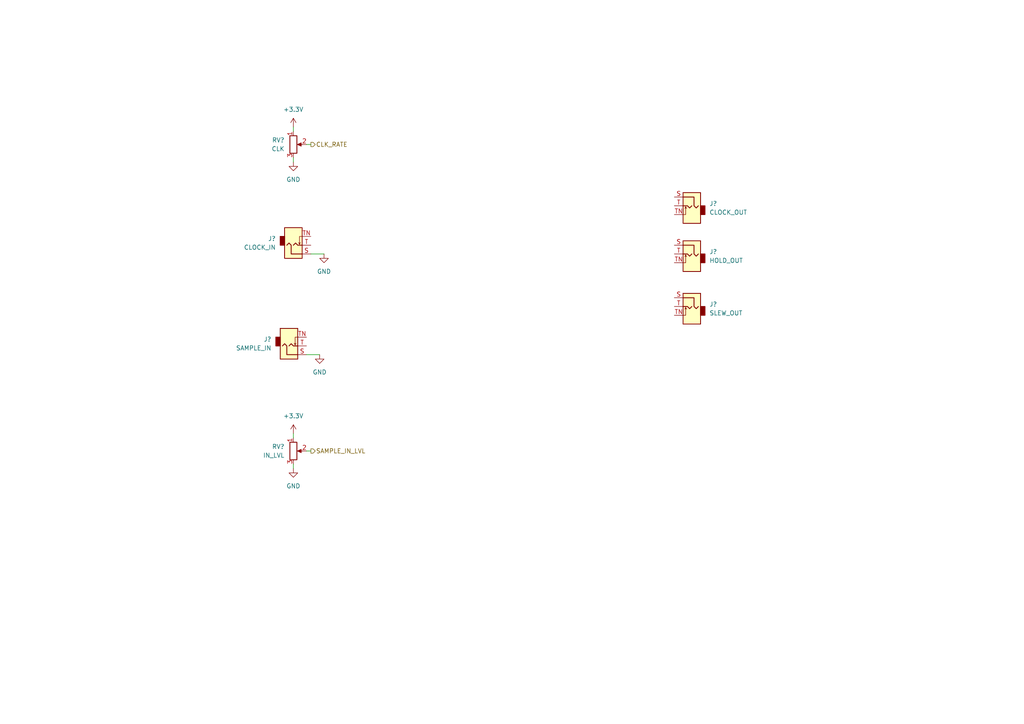
<source format=kicad_sch>
(kicad_sch (version 20211123) (generator eeschema)
  (paper "A4")
  (lib_symbols
    (symbol "Connector:AudioJack2_SwitchT"
      (property "Reference" "J" (at 0 8.89 0))
      (property "Value" "AudioJack2_SwitchT" (at 0 6.35 0))
      (symbol "AudioJack2_SwitchT_0_1"
        (rectangle (start -2.54 0) (end -3.81 -2.54) (stroke (width 0.254)) (fill (type outline)))
        (polyline (pts (xy 1.778 -0.254) (xy 2.032 -0.762)))
        (polyline (pts (xy 0 0) (xy 0.635 -0.635) (xy 1.27 0) (xy 2.54 0)) (stroke (width 0.254)))
        (polyline (pts (xy 2.54 -2.54) (xy 1.778 -2.54) (xy 1.778 -0.254) (xy 1.524 -0.762)))
        (polyline (pts (xy 2.54 2.54) (xy -0.635 2.54) (xy -0.635 0) (xy -1.27 -0.635) (xy -1.905 0)) (stroke (width 0.254)))
        (rectangle (start 2.54 3.81) (end -2.54 -5.08) (stroke (width 0.254)) (fill (type background)))
      )
      (symbol "AudioJack2_SwitchT_1_1"
        (pin passive line (at 5.08 2.54 180) (length 2.54) (name "~") (number "S"))
        (pin passive line (at 5.08 0 180) (length 2.54) (name "~") (number "T"))
        (pin passive line (at 5.08 -2.54 180) (length 2.54) (name "~") (number "TN"))
      )
    )
    (symbol "Device:R_Potentiometer" (pin_names (offset 1.016) hide)
      (property "Reference" "RV" (at -4.445 0 90))
      (property "Value" "R_Potentiometer" (at -2.54 0 90))
      (symbol "R_Potentiometer_0_1"
        (polyline (pts (xy 2.54 0) (xy 1.524 0)))
        (polyline (pts (xy 1.143 0) (xy 2.286 0.508) (xy 2.286 -0.508) (xy 1.143 0)) (fill (type outline)))
        (rectangle (start 1.016 2.54) (end -1.016 -2.54) (stroke (width 0.254)))
      )
      (symbol "R_Potentiometer_1_1"
        (pin passive line (at 0 3.81 270) (length 1.27) (name "1") (number "1"))
        (pin passive line (at 3.81 0 180) (length 1.27) (name "2") (number "2"))
        (pin passive line (at 0 -3.81 90) (length 1.27) (name "3") (number "3"))
      )
    )
    (symbol "power:+3.3V" (power) (pin_names (offset 0))
      (property "Value" "+3.3V" (at 0 3.556 0))
      (symbol "+3.3V_0_1"
        (polyline (pts (xy -0.762 1.27) (xy 0 2.54)))
        (polyline (pts (xy 0 0) (xy 0 2.54)))
        (polyline (pts (xy 0 2.54) (xy 0.762 1.27)))
      )
      (symbol "+3.3V_1_1"
        (pin power_in line (at 0 0 90) (length 0) hide (name "+3.3V") (number "1"))
      )
    )
    (symbol "power:GND" (power) (pin_names (offset 0))
      (property "Value" "GND" (at 0 -3.81 0))
      (symbol "GND_0_1"
        (polyline (pts (xy 0 0) (xy 0 -1.27) (xy 1.27 -1.27) (xy 0 -2.54) (xy -1.27 -1.27) (xy 0 -1.27)))
      )
      (symbol "GND_1_1"
        (pin power_in line (at 0 0 270) (length 0) hide (name "GND") (number "1"))
      )
    )
  )
  (wire (pts (xy 88.9 41.91) (xy 90.17 41.91)))
  (wire (pts (xy 85.09 45.72) (xy 85.09 46.99)))
  (wire (pts (xy 88.9 102.87) (xy 92.71 102.87)))
  (wire (pts (xy 85.09 125.73) (xy 85.09 127)))
  (wire (pts (xy 85.09 36.83) (xy 85.09 38.1)))
  (wire (pts (xy 88.9 130.81) (xy 90.17 130.81)))
  (wire (pts (xy 90.17 73.66) (xy 93.98 73.66)))
  (wire (pts (xy 85.09 134.62) (xy 85.09 135.89)))
  (hierarchical_label "CLK_RATE" (shape output) (at 90.17 41.91 0))
  (hierarchical_label "SAMPLE_IN_LVL" (shape output) (at 90.17 130.81 0))
  (symbol (lib_id "Connector:AudioJack2_SwitchT") (at 200.66 59.69 0) (mirror y) (unit 1)
    (property "Reference" "J?" (at 205.74 59.0549 0) (effects (justify right)))
    (property "Value" "CLOCK_OUT" (at 205.74 61.5949 0) (effects (justify right)))
  )
  (symbol (lib_id "power:GND") (at 93.98 73.66 0) (unit 1)
    (property "Reference" "#PWR?" (effects hide))
    (property "Value" "GND" (at 93.98 78.74 0))
  )
  (symbol (lib_id "Device:R_Potentiometer") (at 85.09 130.81 0) (unit 1)
    (property "Reference" "RV?" (at 82.55 129.5399 0) (effects (justify right)))
    (property "Value" "IN_LVL" (at 82.55 132.0799 0) (effects (justify right)))
  )
  (symbol (lib_id "power:GND") (at 85.09 46.99 0) (unit 1)
    (property "Reference" "#PWR?" (effects hide))
    (property "Value" "GND" (at 85.09 52.07 0))
  )
  (symbol (lib_id "Device:R_Potentiometer") (at 85.09 41.91 0) (unit 1)
    (property "Reference" "RV?" (at 82.55 40.6399 0) (effects (justify right)))
    (property "Value" "CLK" (at 82.55 43.1799 0) (effects (justify right)))
  )
  (symbol (lib_id "power:+3.3V") (at 85.09 125.73 0) (unit 1)
    (property "Reference" "#PWR?" (effects hide))
    (property "Value" "+3.3V" (at 85.09 120.65 0))
  )
  (symbol (lib_id "Connector:AudioJack2_SwitchT") (at 200.66 73.66 0) (mirror y) (unit 1)
    (property "Reference" "J?" (at 205.74 73.0249 0) (effects (justify right)))
    (property "Value" "HOLD_OUT" (at 205.74 75.5649 0) (effects (justify right)))
  )
  (symbol (lib_id "Connector:AudioJack2_SwitchT") (at 85.09 71.12 0) (mirror x) (unit 1)
    (property "Reference" "J?" (at 80.01 69.2149 0) (effects (justify right)))
    (property "Value" "CLOCK_IN" (at 80.01 71.7549 0) (effects (justify right)))
  )
  (symbol (lib_id "power:GND") (at 92.71 102.87 0) (unit 1)
    (property "Reference" "#PWR?" (effects hide))
    (property "Value" "GND" (at 92.71 107.95 0))
  )
  (symbol (lib_id "Connector:AudioJack2_SwitchT") (at 83.82 100.33 0) (mirror x) (unit 1)
    (property "Reference" "J?" (at 78.74 98.4249 0) (effects (justify right)))
    (property "Value" "SAMPLE_IN" (at 78.74 100.9649 0) (effects (justify right)))
  )
  (symbol (lib_id "Connector:AudioJack2_SwitchT") (at 200.66 88.9 0) (mirror y) (unit 1)
    (property "Reference" "J?" (at 205.74 88.2649 0) (effects (justify right)))
    (property "Value" "SLEW_OUT" (at 205.74 90.8049 0) (effects (justify right)))
  )
  (symbol (lib_id "power:+3.3V") (at 85.09 36.83 0) (unit 1)
    (property "Reference" "#PWR?" (effects hide))
    (property "Value" "+3.3V" (at 85.09 31.75 0))
  )
  (symbol (lib_id "power:GND") (at 85.09 135.89 0) (unit 1)
    (property "Reference" "#PWR?" (effects hide))
    (property "Value" "GND" (at 85.09 140.97 0))
  )
)
</source>
